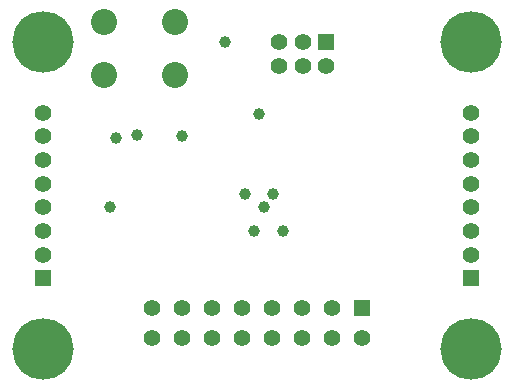
<source format=gbs>
%FSAX43Y43*%
%MOMM*%
G71*
G01*
G75*
G04 Layer_Color=16711935*
%ADD10R,0.550X1.750*%
%ADD11R,1.750X0.550*%
%ADD12R,0.900X0.950*%
%ADD13R,1.000X0.950*%
%ADD14R,1.700X0.350*%
%ADD15R,0.950X0.900*%
%ADD16C,0.600*%
%ADD17C,0.300*%
%ADD18C,0.400*%
%ADD19C,0.200*%
%ADD20C,5.000*%
%ADD21C,2.000*%
%ADD22C,1.200*%
%ADD23R,1.200X1.200*%
%ADD24R,1.200X1.200*%
%ADD25C,1.200*%
%ADD26R,1.200X1.200*%
%ADD27C,0.800*%
%ADD28C,1.000*%
%ADD29C,0.500*%
%ADD30C,0.254*%
%ADD31C,0.250*%
%ADD32R,0.753X1.953*%
%ADD33R,1.953X0.753*%
%ADD34R,1.103X1.153*%
%ADD35R,1.203X1.153*%
%ADD36R,1.903X0.553*%
%ADD37R,1.153X1.103*%
%ADD38C,5.203*%
%ADD39C,2.203*%
%ADD40C,1.403*%
%ADD41R,1.403X1.403*%
%ADD42R,1.403X1.403*%
%ADD43C,1.403*%
%ADD44R,1.403X1.403*%
%ADD45C,1.003*%
D38*
X0040200Y0004000D02*
D03*
X0004000Y0004000D02*
D03*
X0040200Y0030000D02*
D03*
X0004000Y0030000D02*
D03*
D39*
X0009164Y0027215D02*
D03*
X0009164Y0031715D02*
D03*
X0015164Y0027215D02*
D03*
X0015164Y0031715D02*
D03*
D40*
X0004000Y0024000D02*
D03*
X0004000Y0022000D02*
D03*
X0004000Y0020000D02*
D03*
X0004000Y0018000D02*
D03*
X0004000Y0016000D02*
D03*
X0004000Y0014000D02*
D03*
X0004000Y0012000D02*
D03*
X0028000Y0028000D02*
D03*
X0026000Y0030000D02*
D03*
X0026000Y0028000D02*
D03*
X0024000Y0030000D02*
D03*
X0024000Y0028000D02*
D03*
X0040200Y0024000D02*
D03*
X0040200Y0022000D02*
D03*
X0040200Y0020000D02*
D03*
X0040200Y0018000D02*
D03*
X0040200Y0016000D02*
D03*
X0040200Y0014000D02*
D03*
X0040200Y0012000D02*
D03*
D41*
X0004000Y0010000D02*
D03*
X0040200Y0010000D02*
D03*
D42*
X0028000Y0030000D02*
D03*
D43*
X0013220Y0004960D02*
D03*
X0015760Y0004960D02*
D03*
X0018300Y0004960D02*
D03*
X0013220Y0007500D02*
D03*
X0015760Y0007500D02*
D03*
X0018300Y0007500D02*
D03*
X0028460Y0007500D02*
D03*
X0025920Y0007500D02*
D03*
X0023380Y0007500D02*
D03*
X0020840Y0007500D02*
D03*
X0031000Y0004960D02*
D03*
X0028460Y0004960D02*
D03*
X0025920Y0004960D02*
D03*
X0023380Y0004960D02*
D03*
X0020840Y0004960D02*
D03*
D44*
X0031000Y0007500D02*
D03*
D45*
X0019400Y0030000D02*
D03*
X0009675Y0016025D02*
D03*
X0015800Y0022000D02*
D03*
X0012000Y0022100D02*
D03*
X0023500Y0017100D02*
D03*
X0021100Y0017100D02*
D03*
X0010200Y0021900D02*
D03*
X0022300Y0023900D02*
D03*
X0024300Y0014000D02*
D03*
X0022700Y0016000D02*
D03*
X0021900Y0014000D02*
D03*
M02*

</source>
